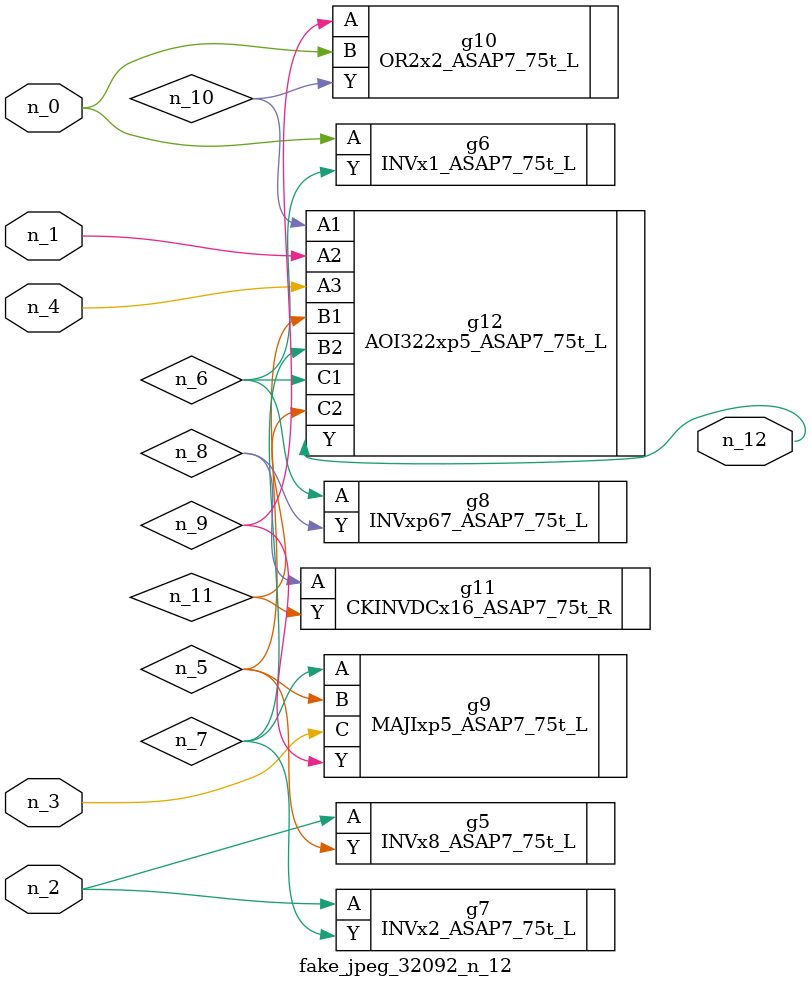
<source format=v>
module fake_jpeg_32092_n_12 (n_3, n_2, n_1, n_0, n_4, n_12);

input n_3;
input n_2;
input n_1;
input n_0;
input n_4;

output n_12;

wire n_11;
wire n_10;
wire n_8;
wire n_9;
wire n_6;
wire n_5;
wire n_7;

INVx8_ASAP7_75t_L g5 ( 
.A(n_2),
.Y(n_5)
);

INVx1_ASAP7_75t_L g6 ( 
.A(n_0),
.Y(n_6)
);

INVx2_ASAP7_75t_L g7 ( 
.A(n_2),
.Y(n_7)
);

INVxp67_ASAP7_75t_L g8 ( 
.A(n_6),
.Y(n_8)
);

CKINVDCx16_ASAP7_75t_R g11 ( 
.A(n_8),
.Y(n_11)
);

MAJIxp5_ASAP7_75t_L g9 ( 
.A(n_7),
.B(n_5),
.C(n_3),
.Y(n_9)
);

OR2x2_ASAP7_75t_L g10 ( 
.A(n_9),
.B(n_0),
.Y(n_10)
);

AOI322xp5_ASAP7_75t_L g12 ( 
.A1(n_10),
.A2(n_1),
.A3(n_4),
.B1(n_5),
.B2(n_7),
.C1(n_6),
.C2(n_11),
.Y(n_12)
);


endmodule
</source>
